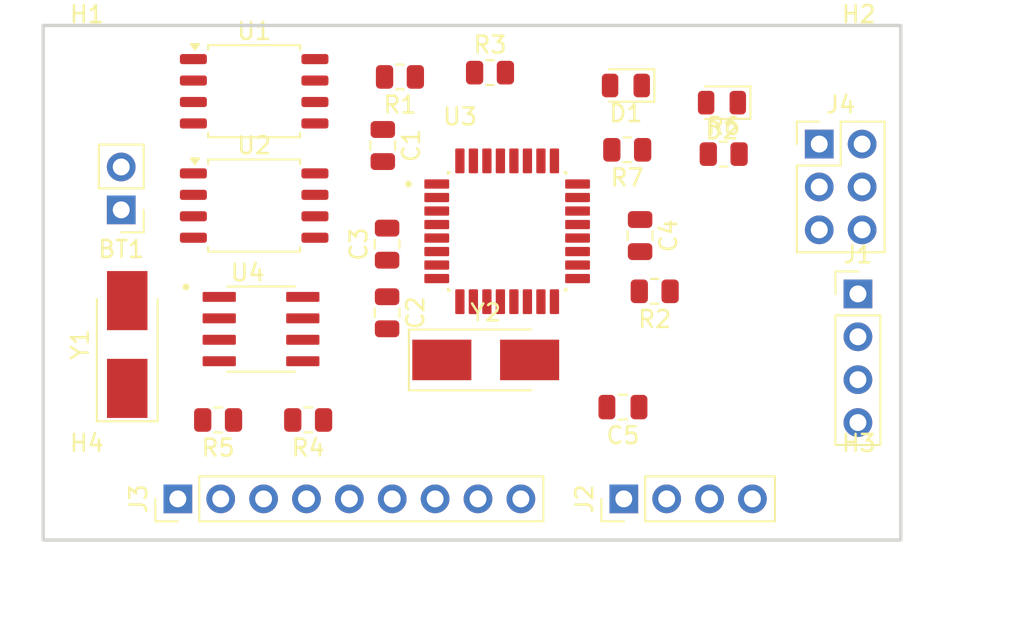
<source format=kicad_pcb>
(kicad_pcb (version 20240108) (generator "pcbnew") (generator_version "8.0")
  (title_block (title "${project name}") (rev "1") (comment 1 "Two layer pcb version"))
  (layers (0 "F.Cu" mixed) (31 "B.Cu" mixed) (34 "B.Paste" user) (35 "F.Paste" user) (36 "B.SilkS" user "B.Silkscreen") (37 "F.SilkS" user "F.Silkscreen") (38 "B.Mask" user) (39 "F.Mask" user) (44 "Edge.Cuts" user))
  (property "project name" "MCU Datalogger with memory and clock")
  (net 0 "")
  (net 1 "Net-(BT1-+)")
  (net 2 "GND")
  (net 3 "/VCC")
  (net 4 "Net-(U3-PB6)")
  (net 5 "Net-(U3-PB7)")
  (net 6 "Net-(U3-AREF)")
  (net 7 "Net-(D1-K)")
  (net 8 "/SCK")
  (net 9 "Net-(D2-K)")
  (net 10 "/SDA")
  (net 11 "/TX")
  (net 12 "/RX")
  (net 13 "/D3")
  (net 14 "/D2")
  (net 15 "/D8")
  (net 16 "/D6")
  (net 17 "/D4")
  (net 18 "/D5")
  (net 19 "/D7")
  (net 20 "/RST")
  (net 21 "/MOSI")
  (net 22 "/MISO")
  (net 23 "Net-(U4-SQW{slash}~INT)")
  (net 24 "Net-(U4-~{INTA})")
  (net 34 "Net-(U4-X1)")
  (net 35 "Net-(U4-X2)")
  (footprint "Package_SO:SOIC-8_5.23x5.23mm_P1.27mm" (layer "F.Cu") (at 108.966 67.398)
    (property "Reference" "U1" (at 0 -3.56 0) (layer "F.SilkS"))
    (property "Value" "24LC1025")
    (fp_line (start -2.725 -2.725) (end -2.725 -2.465) (stroke (width 0.12)) (layer "F.SilkS"))
    (fp_line (start -2.725 2.725) (end -2.725 2.465) (stroke (width 0.12)) (layer "F.SilkS"))
    (fp_line (start 0 -2.725) (end -2.725 -2.725) (stroke (width 0.12)) (layer "F.SilkS"))
    (fp_line (start 0 -2.725) (end 2.725 -2.725) (stroke (width 0.12)) (layer "F.SilkS"))
    (fp_line (start 0 2.725) (end -2.725 2.725) (stroke (width 0.12)) (layer "F.SilkS"))
    (fp_line (start 0 2.725) (end 2.725 2.725) (stroke (width 0.12)) (layer "F.SilkS"))
    (fp_line (start 2.725 -2.725) (end 2.725 -2.465) (stroke (width 0.12)) (layer "F.SilkS"))
    (fp_line (start 2.725 2.725) (end 2.725 2.465) (stroke (width 0.12)) (layer "F.SilkS"))
    (fp_poly (pts (xy -3.5075 -2.465) (xy -3.7475 -2.795) (xy -3.2675 -2.795) (xy -3.5075 -2.465)) (stroke (width 0.12)) (fill solid) (layer "F.SilkS"))
    (pad "1" smd roundrect (at -3.6 -1.905) (size 1.6 0.6) (layers "F.Cu" "F.Paste" "F.Mask") (net 3 "/VCC"))
    (pad "2" smd roundrect (at -3.6 -0.635) (size 1.6 0.6) (layers "F.Cu" "F.Paste" "F.Mask") (net 3 "/VCC"))
    (pad "3" smd roundrect (at -3.6 0.635) (size 1.6 0.6) (layers "F.Cu" "F.Paste" "F.Mask") (net 3 "/VCC"))
    (pad "4" smd roundrect (at -3.6 1.905) (size 1.6 0.6) (layers "F.Cu" "F.Paste" "F.Mask") (net 2 "GND"))
    (pad "5" smd roundrect (at 3.6 1.905) (size 1.6 0.6) (layers "F.Cu" "F.Paste" "F.Mask") (net 10 "/SDA"))
    (pad "6" smd roundrect (at 3.6 0.635) (size 1.6 0.6) (layers "F.Cu" "F.Paste" "F.Mask") (net 8 "/SCK"))
    (pad "7" smd roundrect (at 3.6 -0.635) (size 1.6 0.6) (layers "F.Cu" "F.Paste" "F.Mask") (net 2 "GND"))
    (pad "8" smd roundrect (at 3.6 -1.905) (size 1.6 0.6) (layers "F.Cu" "F.Paste" "F.Mask") (net 3 "/VCC"))
  )
  (footprint "Package_SO:SOIC-8_5.23x5.23mm_P1.27mm" (layer "F.Cu") (at 108.966 74.168)
    (property "Reference" "U2" (at 0 -3.56 0) (layer "F.SilkS"))
    (property "Value" "24LC1025")
    (fp_line (start -2.725 -2.725) (end -2.725 -2.465) (stroke (width 0.12)) (layer "F.SilkS"))
    (fp_line (start -2.725 2.725) (end -2.725 2.465) (stroke (width 0.12)) (layer "F.SilkS"))
    (fp_line (start 0 -2.725) (end -2.725 -2.725) (stroke (width 0.12)) (layer "F.SilkS"))
    (fp_line (start 0 -2.725) (end 2.725 -2.725) (stroke (width 0.12)) (layer "F.SilkS"))
    (fp_line (start 0 2.725) (end -2.725 2.725) (stroke (width 0.12)) (layer "F.SilkS"))
    (fp_line (start 0 2.725) (end 2.725 2.725) (stroke (width 0.12)) (layer "F.SilkS"))
    (fp_line (start 2.725 -2.725) (end 2.725 -2.465) (stroke (width 0.12)) (layer "F.SilkS"))
    (fp_line (start 2.725 2.725) (end 2.725 2.465) (stroke (width 0.12)) (layer "F.SilkS"))
    (fp_poly (pts (xy -3.5075 -2.465) (xy -3.7475 -2.795) (xy -3.2675 -2.795) (xy -3.5075 -2.465)) (stroke (width 0.12)) (fill solid) (layer "F.SilkS"))
    (pad "1" smd roundrect (at -3.6 -1.905) (size 1.6 0.6) (layers "F.Cu" "F.Paste" "F.Mask") (net 3 "/VCC"))
    (pad "2" smd roundrect (at -3.6 -0.635) (size 1.6 0.6) (layers "F.Cu" "F.Paste" "F.Mask") (net 2 "GND"))
    (pad "3" smd roundrect (at -3.6 0.635) (size 1.6 0.6) (layers "F.Cu" "F.Paste" "F.Mask") (net 3 "/VCC"))
    (pad "4" smd roundrect (at -3.6 1.905) (size 1.6 0.6) (layers "F.Cu" "F.Paste" "F.Mask") (net 2 "GND"))
    (pad "5" smd roundrect (at 3.6 1.905) (size 1.6 0.6) (layers "F.Cu" "F.Paste" "F.Mask") (net 10 "/SDA"))
    (pad "6" smd roundrect (at 3.6 0.635) (size 1.6 0.6) (layers "F.Cu" "F.Paste" "F.Mask") (net 8 "/SCK"))
    (pad "7" smd roundrect (at 3.6 -0.635) (size 1.6 0.6) (layers "F.Cu" "F.Paste" "F.Mask") (net 2 "GND"))
    (pad "8" smd roundrect (at 3.6 -1.905) (size 1.6 0.6) (layers "F.Cu" "F.Paste" "F.Mask") (net 3 "/VCC"))
  )
  (footprint "Resistor_SMD:R_0805_2012Metric" (layer "F.Cu") (at 117.602 66.548 180)
    (property "Reference" "R1" (at 0 -1.65 360) (layer "F.SilkS"))
    (property "Value" "10K")
    (fp_line (start -0.227064 0.735) (end 0.227064 0.735) (stroke (width 0.12)) (layer "F.SilkS"))
    (fp_line (start -0.227064 -0.735) (end 0.227064 -0.735) (stroke (width 0.12)) (layer "F.SilkS"))
    (pad "1" smd roundrect (at -0.9125 0 180) (size 1.025 1.4) (layers "F.Cu" "F.Paste" "F.Mask") (roundrect_rratio 0.243902) (net 3 "/VCC"))
    (pad "2" smd roundrect (at 0.9125 0 180) (size 1.025 1.4) (layers "F.Cu" "F.Paste" "F.Mask") (roundrect_rratio 0.243902) (net 20 "/RST"))
  )
  (footprint "MountingHole:MountingHole_2.1mm" (layer "F.Cu") (at 144.78 66.04)
    (property "Reference" "H2" (at 0 -3.2 0) (layer "F.SilkS"))
    (property "Value" "MountingHole")
    (pad "" np_thru_hole circle (at 0 0) (size 2.1 2.1) (drill 2.1) (layers "*.Cu" "*.Mask"))
  )
  (footprint "Connector_PinHeader_2.54mm:PinHeader_1x09_P2.54mm_Vertical" (layer "F.Cu") (at 104.4448 91.5416 90)
    (property "Reference" "J3" (at 0 -2.33 90) (layer "F.SilkS"))
    (property "Value" "Conn_01x09_Pin")
    (fp_line (start -1.33 -1.33) (end 0 -1.33) (stroke (width 0.12)) (layer "F.SilkS"))
    (fp_line (start -1.33 0) (end -1.33 -1.33) (stroke (width 0.12)) (layer "F.SilkS"))
    (fp_line (start 1.33 1.27) (end 1.33 21.65) (stroke (width 0.12)) (layer "F.SilkS"))
    (fp_line (start -1.33 1.27) (end 1.33 1.27) (stroke (width 0.12)) (layer "F.SilkS"))
    (fp_line (start -1.33 1.27) (end -1.33 21.65) (stroke (width 0.12)) (layer "F.SilkS"))
    (fp_line (start -1.33 21.65) (end 1.33 21.65) (stroke (width 0.12)) (layer "F.SilkS"))
    (pad "1" thru_hole rect (at 0 0 90) (size 1.7 1.7) (drill 1) (layers "*.Cu" "*.Mask") (net 14 "/D2"))
    (pad "2" thru_hole oval (at 0 2.54 90) (size 1.7 1.7) (drill 1) (layers "*.Cu" "*.Mask") (net 13 "/D3"))
    (pad "3" thru_hole oval (at 0 5.08 90) (size 1.7 1.7) (drill 1) (layers "*.Cu" "*.Mask") (net 17 "/D4"))
    (pad "4" thru_hole oval (at 0 7.62 90) (size 1.7 1.7) (drill 1) (layers "*.Cu" "*.Mask") (net 18 "/D5"))
    (pad "5" thru_hole oval (at 0 10.16 90) (size 1.7 1.7) (drill 1) (layers "*.Cu" "*.Mask") (net 16 "/D6"))
    (pad "6" thru_hole oval (at 0 12.7 90) (size 1.7 1.7) (drill 1) (layers "*.Cu" "*.Mask") (net 19 "/D7"))
    (pad "7" thru_hole oval (at 0 15.24 90) (size 1.7 1.7) (drill 1) (layers "*.Cu" "*.Mask") (net 15 "/D8"))
    (pad "8" thru_hole oval (at 0 17.78 90) (size 1.7 1.7) (drill 1) (layers "*.Cu" "*.Mask") (net 2 "GND"))
    (pad "9" thru_hole oval (at 0 20.32 90) (size 1.7 1.7) (drill 1) (layers "*.Cu" "*.Mask") (net 3 "/VCC"))
  )
  (footprint "Connector_PinHeader_2.54mm:PinHeader_2x03_P2.54mm_Vertical" (layer "F.Cu") (at 142.4382 70.5254)
    (property "Reference" "J4" (at 1.27 -2.33 0) (layer "F.SilkS"))
    (property "Value" "Conn_02x03_Odd_Even")
    (fp_line (start -1.33 -1.33) (end 0 -1.33) (stroke (width 0.12)) (layer "F.SilkS"))
    (fp_line (start -1.33 0) (end -1.33 -1.33) (stroke (width 0.12)) (layer "F.SilkS"))
    (fp_line (start -1.33 1.27) (end -1.33 6.41) (stroke (width 0.12)) (layer "F.SilkS"))
    (fp_line (start -1.33 1.27) (end 1.27 1.27) (stroke (width 0.12)) (layer "F.SilkS"))
    (fp_line (start -1.33 6.41) (end 3.87 6.41) (stroke (width 0.12)) (layer "F.SilkS"))
    (fp_line (start 1.27 -1.33) (end 3.87 -1.33) (stroke (width 0.12)) (layer "F.SilkS"))
    (fp_line (start 1.27 1.27) (end 1.27 -1.33) (stroke (width 0.12)) (layer "F.SilkS"))
    (fp_line (start 3.87 -1.33) (end 3.87 6.41) (stroke (width 0.12)) (layer "F.SilkS"))
    (pad "1" thru_hole rect (at 0 0) (size 1.7 1.7) (drill 1) (layers "*.Cu" "*.Mask") (net 21 "/MOSI"))
    (pad "2" thru_hole oval (at 2.54 0) (size 1.7 1.7) (drill 1) (layers "*.Cu" "*.Mask") (net 3 "/VCC"))
    (pad "3" thru_hole oval (at 0 2.54) (size 1.7 1.7) (drill 1) (layers "*.Cu" "*.Mask") (net 8 "/SCK"))
    (pad "4" thru_hole oval (at 2.54 2.54) (size 1.7 1.7) (drill 1) (layers "*.Cu" "*.Mask") (net 22 "/MISO"))
    (pad "5" thru_hole oval (at 0 5.08) (size 1.7 1.7) (drill 1) (layers "*.Cu" "*.Mask") (net 20 "/RST"))
    (pad "6" thru_hole oval (at 2.54 5.08) (size 1.7 1.7) (drill 1) (layers "*.Cu" "*.Mask") (net 2 "GND"))
  )
  (footprint "Connector_PinHeader_2.54mm:PinHeader_1x04_P2.54mm_Vertical" (layer "F.Cu") (at 144.7292 79.4004)
    (property "Reference" "J1" (at 0 -2.33 0) (layer "F.SilkS"))
    (property "Value" "Conn_01x04_Pin")
    (fp_line (start -1.33 -1.33) (end 0 -1.33) (stroke (width 0.12)) (layer "F.SilkS"))
    (fp_line (start -1.33 0) (end -1.33 -1.33) (stroke (width 0.12)) (layer "F.SilkS"))
    (fp_line (start -1.33 1.27) (end -1.33 8.95) (stroke (width 0.12)) (layer "F.SilkS"))
    (fp_line (start -1.33 1.27) (end 1.33 1.27) (stroke (width 0.12)) (layer "F.SilkS"))
    (fp_line (start -1.33 8.95) (end 1.33 8.95) (stroke (width 0.12)) (layer "F.SilkS"))
    (fp_line (start 1.33 1.27) (end 1.33 8.95) (stroke (width 0.12)) (layer "F.SilkS"))
    (pad "1" thru_hole rect (at 0 0) (size 1.7 1.7) (drill 1) (layers "*.Cu" "*.Mask") (net 2 "GND"))
    (pad "2" thru_hole oval (at 0 2.54) (size 1.7 1.7) (drill 1) (layers "*.Cu" "*.Mask") (net 3 "/VCC"))
    (pad "3" thru_hole oval (at 0 5.08) (size 1.7 1.7) (drill 1) (layers "*.Cu" "*.Mask") (net 10 "/SDA"))
    (pad "4" thru_hole oval (at 0 7.62) (size 1.7 1.7) (drill 1) (layers "*.Cu" "*.Mask") (net 8 "/SCK"))
  )
  (footprint "MountingHole:MountingHole_2.1mm" (layer "F.Cu") (at 99.06 91.44)
    (property "Reference" "H4" (at 0 -3.2 0) (layer "F.SilkS"))
    (property "Value" "MountingHole")
    (pad "" np_thru_hole circle (at 0 0) (size 2.1 2.1) (drill 2.1) (layers "*.Cu" "*.Mask"))
  )
  (footprint "Crystal:Crystal_SMD_5032-2Pin_5.0x3.2mm_HandSoldering" (layer "F.Cu") (at 101.4476 82.3976 90)
    (property "Reference" "Y1" (at 0 -2.8 90) (layer "F.SilkS"))
    (property "Value" "32.768 KHz")
    (fp_line (start 2.7 -1.8) (end -4.55 -1.8) (stroke (width 0.12)) (layer "F.SilkS"))
    (fp_line (start -4.55 -1.8) (end -4.55 1.8) (stroke (width 0.12)) (layer "F.SilkS"))
    (fp_line (start -4.55 1.8) (end 2.7 1.8) (stroke (width 0.12)) (layer "F.SilkS"))
    (pad "1" smd rect (at -2.6 0 90) (size 3.5 2.4) (layers "F.Cu" "F.Paste" "F.Mask") (net 35 "Net-(U4-X2)"))
    (pad "2" smd rect (at 2.6 0 90) (size 3.5 2.4) (layers "F.Cu" "F.Paste" "F.Mask") (net 34 "Net-(U4-X1)"))
  )
  (footprint "Resistor_SMD:R_0805_2012Metric" (layer "F.Cu") (at 112.1645 86.868 180)
    (property "Reference" "R4" (at 0 -1.65 360) (layer "F.SilkS"))
    (property "Value" "10K")
    (fp_line (start -0.227064 0.735) (end 0.227064 0.735) (stroke (width 0.12)) (layer "F.SilkS"))
    (fp_line (start -0.227064 -0.735) (end 0.227064 -0.735) (stroke (width 0.12)) (layer "F.SilkS"))
    (pad "1" smd roundrect (at -0.9125 0 180) (size 1.025 1.4) (layers "F.Cu" "F.Paste" "F.Mask") (roundrect_rratio 0.243902) (net 3 "/VCC"))
    (pad "2" smd roundrect (at 0.9125 0 180) (size 1.025 1.4) (layers "F.Cu" "F.Paste" "F.Mask") (roundrect_rratio 0.243902) (net 23 "Net-(U4-SQW{slash}~INT)"))
  )
  (footprint "Resistor_SMD:R_0805_2012Metric" (layer "F.Cu") (at 131.064 70.866 180)
    (property "Reference" "R7" (at 0 -1.65 360) (layer "F.SilkS"))
    (property "Value" "330")
    (fp_line (start -0.227064 0.735) (end 0.227064 0.735) (stroke (width 0.12)) (layer "F.SilkS"))
    (fp_line (start -0.227064 -0.735) (end 0.227064 -0.735) (stroke (width 0.12)) (layer "F.SilkS"))
    (pad "1" smd roundrect (at -0.9125 0 180) (size 1.025 1.4) (layers "F.Cu" "F.Paste" "F.Mask") (roundrect_rratio 0.243902) (net 7 "Net-(D1-K)"))
    (pad "2" smd roundrect (at 0.9125 0 180) (size 1.025 1.4) (layers "F.Cu" "F.Paste" "F.Mask") (roundrect_rratio 0.243902) (net 2 "GND"))
  )
  (footprint "Resistor_SMD:R_0805_2012Metric" (layer "F.Cu") (at 136.7786 71.12)
    (property "Reference" "R6" (at 0 -1.65 360) (layer "F.SilkS"))
    (property "Value" "330")
    (fp_line (start -0.227064 -0.735) (end 0.227064 -0.735) (stroke (width 0.12)) (layer "F.SilkS"))
    (fp_line (start -0.227064 0.735) (end 0.227064 0.735) (stroke (width 0.12)) (layer "F.SilkS"))
    (pad "1" smd roundrect (at -0.9125 0) (size 1.025 1.4) (layers "F.Cu" "F.Paste" "F.Mask") (roundrect_rratio 0.243902) (net 2 "GND"))
    (pad "2" smd roundrect (at 0.9125 0) (size 1.025 1.4) (layers "F.Cu" "F.Paste" "F.Mask") (roundrect_rratio 0.243902) (net 9 "Net-(D2-K)"))
  )
  (footprint "Capacitor_SMD:C_0805_2012Metric" (layer "F.Cu") (at 116.84 76.454 90)
    (property "Reference" "C3" (at 0 -1.68 90) (layer "F.SilkS"))
    (property "Value" "22pF")
    (fp_line (start -0.261252 -0.735) (end 0.261252 -0.735) (stroke (width 0.12)) (layer "F.SilkS"))
    (fp_line (start -0.261252 0.735) (end 0.261252 0.735) (stroke (width 0.12)) (layer "F.SilkS"))
    (pad "1" smd roundrect (at -0.95 0 90) (size 1 1.45) (layers "F.Cu" "F.Paste" "F.Mask") (net 2 "GND"))
    (pad "2" smd roundrect (at 0.95 0 90) (size 1 1.45) (layers "F.Cu" "F.Paste" "F.Mask") (net 5 "Net-(U3-PB7)"))
  )
  (footprint "Crystal:Crystal_SMD_5032-2Pin_5.0x3.2mm_HandSoldering" (layer "F.Cu") (at 122.682 83.312)
    (property "Reference" "Y2" (at 0 -2.8 0) (layer "F.SilkS"))
    (property "Value" "16MHz")
    (fp_line (start -4.55 -1.8) (end -4.55 1.8) (stroke (width 0.12)) (layer "F.SilkS"))
    (fp_line (start -4.55 1.8) (end 2.7 1.8) (stroke (width 0.12)) (layer "F.SilkS"))
    (fp_line (start 2.7 -1.8) (end -4.55 -1.8) (stroke (width 0.12)) (layer "F.SilkS"))
    (pad "1" smd rect (at -2.6 0) (size 3.5 2.4) (layers "F.Cu" "F.Paste" "F.Mask") (net 5 "Net-(U3-PB7)"))
    (pad "2" smd rect (at 2.6 0) (size 3.5 2.4) (layers "F.Cu" "F.Paste" "F.Mask") (net 4 "Net-(U3-PB6)"))
  )
  (footprint "Capacitor_SMD:C_0805_2012Metric" (layer "F.Cu") (at 116.84 80.518 -90)
    (property "Reference" "C2" (at 0 -1.68 90) (layer "F.SilkS"))
    (property "Value" "22pF")
    (fp_line (start -0.261252 0.735) (end 0.261252 0.735) (stroke (width 0.12)) (layer "F.SilkS"))
    (fp_line (start -0.261252 -0.735) (end 0.261252 -0.735) (stroke (width 0.12)) (layer "F.SilkS"))
    (pad "1" smd roundrect (at -0.95 0 270) (size 1 1.45) (layers "F.Cu" "F.Paste" "F.Mask") (net 2 "GND"))
    (pad "2" smd roundrect (at 0.95 0 270) (size 1 1.45) (layers "F.Cu" "F.Paste" "F.Mask") (net 4 "Net-(U3-PB6)"))
  )
  (footprint "Resistor_SMD:R_0805_2012Metric" (layer "F.Cu") (at 106.8305 86.868 180)
    (property "Reference" "R5" (at 0 -1.65 360) (layer "F.SilkS"))
    (property "Value" "10K")
    (fp_line (start -0.227064 0.735) (end 0.227064 0.735) (stroke (width 0.12)) (layer "F.SilkS"))
    (fp_line (start -0.227064 -0.735) (end 0.227064 -0.735) (stroke (width 0.12)) (layer "F.SilkS"))
    (pad "1" smd roundrect (at -0.9125 0 180) (size 1.025 1.4) (layers "F.Cu" "F.Paste" "F.Mask") (roundrect_rratio 0.243902) (net 3 "/VCC"))
    (pad "2" smd roundrect (at 0.9125 0 180) (size 1.025 1.4) (layers "F.Cu" "F.Paste" "F.Mask") (roundrect_rratio 0.243902) (net 24 "Net-(U4-~{INTA})"))
  )
  (footprint "LED_SMD:LED_0805_2012Metric" (layer "F.Cu") (at 136.6751 68.072 180)
    (property "Reference" "D2" (at 0 -1.65 360) (layer "F.SilkS"))
    (property "Value" "LED")
    (fp_line (start 1 -0.96) (end -1.685 -0.96) (stroke (width 0.12)) (layer "F.SilkS"))
    (fp_line (start -1.685 0.96) (end 1 0.96) (stroke (width 0.12)) (layer "F.SilkS"))
    (fp_line (start -1.685 -0.96) (end -1.685 0.96) (stroke (width 0.12)) (layer "F.SilkS"))
    (pad "1" smd roundrect (at -0.9375 0 180) (size 0.975 1.4) (layers "F.Cu" "F.Paste" "F.Mask") (net 9 "Net-(D2-K)"))
    (pad "2" smd roundrect (at 0.9375 0 180) (size 0.975 1.4) (layers "F.Cu" "F.Paste" "F.Mask") (net 8 "/SCK"))
  )
  (footprint "MountingHole:MountingHole_2.1mm" (layer "F.Cu") (at 99.06 66.04)
    (property "Reference" "H1" (at 0 -3.2 0) (layer "F.SilkS"))
    (property "Value" "MountingHole")
    (pad "" np_thru_hole circle (at 0 0) (size 2.1 2.1) (drill 2.1) (layers "*.Cu" "*.Mask"))
  )
  (footprint "Connector_PinHeader_2.54mm:PinHeader_1x02_P2.54mm_Vertical" (layer "F.Cu") (at 101.092 74.422 180)
    (property "Reference" "BT1" (at 0 -2.33 360) (layer "F.SilkS"))
    (property "Value" "Battery")
    (fp_line (start 1.33 1.27) (end 1.33 3.87) (stroke (width 0.12)) (layer "F.SilkS"))
    (fp_line (start -1.33 3.87) (end 1.33 3.87) (stroke (width 0.12)) (layer "F.SilkS"))
    (fp_line (start -1.33 1.27) (end 1.33 1.27) (stroke (width 0.12)) (layer "F.SilkS"))
    (fp_line (start -1.33 1.27) (end -1.33 3.87) (stroke (width 0.12)) (layer "F.SilkS"))
    (fp_line (start -1.33 0) (end -1.33 -1.33) (stroke (width 0.12)) (layer "F.SilkS"))
    (fp_line (start -1.33 -1.33) (end 0 -1.33) (stroke (width 0.12)) (layer "F.SilkS"))
    (pad "1" thru_hole rect (at 0 0 180) (size 1.7 1.7) (drill 1) (layers "*.Cu" "*.Mask") (net 1 "Net-(BT1-+)"))
    (pad "2" thru_hole oval (at 0 2.54 180) (size 1.7 1.7) (drill 1) (layers "*.Cu" "*.Mask") (net 2 "GND"))
  )
  (footprint "ATMEGA328P-AU:QFP80P900X900X120-32N" (layer "F.Cu") (at 123.952 75.692)
    (property "Reference" "U3" (at -2.795 -6.79 0) (layer "F.SilkS"))
    (property "Value" "ATMEGA328P-AU")
    (fp_line (start -3.5 -3.5) (end -3.5 -3.395) (stroke (width 0.127)) (layer "F.SilkS"))
    (fp_line (start -3.5 -3.5) (end -3.395 -3.5) (stroke (width 0.127)) (layer "F.SilkS"))
    (fp_line (start -3.5 3.5) (end -3.5 3.395) (stroke (width 0.127)) (layer "F.SilkS"))
    (fp_line (start -3.5 3.5) (end -3.395 3.5) (stroke (width 0.127)) (layer "F.SilkS"))
    (fp_line (start 3.5 -3.5) (end 3.395 -3.5) (stroke (width 0.127)) (layer "F.SilkS"))
    (fp_line (start 3.5 -3.5) (end 3.5 -3.395) (stroke (width 0.127)) (layer "F.SilkS"))
    (fp_line (start 3.5 3.5) (end 3.395 3.5) (stroke (width 0.127)) (layer "F.SilkS"))
    (fp_line (start 3.5 3.5) (end 3.5 3.395) (stroke (width 0.127)) (layer "F.SilkS"))
    (fp_circle (center -5.84 -2.8) (end -5.74 -2.8) (stroke (width 0.2)) (fill none) (layer "F.SilkS"))
    (pad "1" smd roundrect (at -4.17 -2.8) (size 1.47 0.55) (layers "F.Cu" "F.Paste" "F.Mask") (roundrect_rratio 0.125) (net 13 "/D3"))
    (pad "2" smd roundrect (at -4.17 -2) (size 1.47 0.55) (layers "F.Cu" "F.Paste" "F.Mask") (roundrect_rratio 0.125) (net 17 "/D4"))
    (pad "3" smd roundrect (at -4.17 -1.2) (size 1.47 0.55) (layers "F.Cu" "F.Paste" "F.Mask") (roundrect_rratio 0.125) (net 2 "GND"))
    (pad "4" smd roundrect (at -4.17 -0.4) (size 1.47 0.55) (layers "F.Cu" "F.Paste" "F.Mask") (roundrect_rratio 0.125) (net 1 "Net-(BT1-+)"))
    (pad "5" smd roundrect (at -4.17 0.4) (size 1.47 0.55) (layers "F.Cu" "F.Paste" "F.Mask") (roundrect_rratio 0.125) (net 2 "GND"))
    (pad "6" smd roundrect (at -4.17 1.2) (size 1.47 0.55) (layers "F.Cu" "F.Paste" "F.Mask") (roundrect_rratio 0.125))
    (pad "7" smd roundrect (at -4.17 2) (size 1.47 0.55) (layers "F.Cu" "F.Paste" "F.Mask") (roundrect_rratio 0.125) (net 4 "Net-(U3-PB6)"))
    (pad "8" smd roundrect (at -4.17 2.8) (size 1.47 0.55) (layers "F.Cu" "F.Paste" "F.Mask") (roundrect_rratio 0.125) (net 5 "Net-(U3-PB7)"))
    (pad "9" smd roundrect (at -2.8 4.17) (size 0.55 1.47) (layers "F.Cu" "F.Paste" "F.Mask") (roundrect_rratio 0.125) (net 18 "/D5"))
    (pad "10" smd roundrect (at -2 4.17) (size 0.55 1.47) (layers "F.Cu" "F.Paste" "F.Mask") (roundrect_rratio 0.125) (net 16 "/D6"))
    (pad "11" smd roundrect (at -1.2 4.17) (size 0.55 1.47) (layers "F.Cu" "F.Paste" "F.Mask") (roundrect_rratio 0.125) (net 19 "/D7"))
    (pad "12" smd roundrect (at -0.4 4.17) (size 0.55 1.47) (layers "F.Cu" "F.Paste" "F.Mask") (roundrect_rratio 0.125) (net 15 "/D8"))
    (pad "13" smd roundrect (at 0.4 4.17) (size 0.55 1.47) (layers "F.Cu" "F.Paste" "F.Mask") (roundrect_rratio 0.125))
    (pad "14" smd roundrect (at 1.2 4.17) (size 0.55 1.47) (layers "F.Cu" "F.Paste" "F.Mask") (roundrect_rratio 0.125))
    (pad "15" smd roundrect (at 2 4.17) (size 0.55 1.47) (layers "F.Cu" "F.Paste" "F.Mask") (roundrect_rratio 0.125) (net 21 "/MOSI"))
    (pad "16" smd roundrect (at 2.8 4.17) (size 0.55 1.47) (layers "F.Cu" "F.Paste" "F.Mask") (roundrect_rratio 0.125) (net 22 "/MISO"))
    (pad "17" smd roundrect (at 4.17 2.8) (size 1.47 0.55) (layers "F.Cu" "F.Paste" "F.Mask") (roundrect_rratio 0.125) (net 8 "/SCK"))
    (pad "18" smd roundrect (at 4.17 2) (size 1.47 0.55) (layers "F.Cu" "F.Paste" "F.Mask") (roundrect_rratio 0.125) (net 1 "Net-(BT1-+)"))
    (pad "19" smd roundrect (at 4.17 1.2) (size 1.47 0.55) (layers "F.Cu" "F.Paste" "F.Mask") (roundrect_rratio 0.125))
    (pad "20" smd roundrect (at 4.17 0.4) (size 1.47 0.55) (layers "F.Cu" "F.Paste" "F.Mask") (roundrect_rratio 0.125) (net 6 "Net-(U3-AREF)"))
    (pad "21" smd roundrect (at 4.17 -0.4) (size 1.47 0.55) (layers "F.Cu" "F.Paste" "F.Mask") (roundrect_rratio 0.125) (net 2 "GND"))
    (pad "22" smd roundrect (at 4.17 -1.2) (size 1.47 0.55) (layers "F.Cu" "F.Paste" "F.Mask") (roundrect_rratio 0.125))
    (pad "23" smd roundrect (at 4.17 -2) (size 1.47 0.55) (layers "F.Cu" "F.Paste" "F.Mask") (roundrect_rratio 0.125))
    (pad "24" smd roundrect (at 4.17 -2.8) (size 1.47 0.55) (layers "F.Cu" "F.Paste" "F.Mask") (roundrect_rratio 0.125))
    (pad "25" smd roundrect (at 2.8 -4.17) (size 0.55 1.47) (layers "F.Cu" "F.Paste" "F.Mask") (roundrect_rratio 0.125))
    (pad "26" smd roundrect (at 2 -4.17) (size 0.55 1.47) (layers "F.Cu" "F.Paste" "F.Mask") (roundrect_rratio 0.125))
    (pad "27" smd roundrect (at 1.2 -4.17) (size 0.55 1.47) (layers "F.Cu" "F.Paste" "F.Mask") (roundrect_rratio 0.125) (net 10 "/SDA"))
    (pad "28" smd roundrect (at 0.4 -4.17) (size 0.55 1.47) (layers "F.Cu" "F.Paste" "F.Mask") (roundrect_rratio 0.125) (net 8 "/SCK"))
    (pad "29" smd roundrect (at -0.4 -4.17) (size 0.55 1.47) (layers "F.Cu" "F.Paste" "F.Mask") (roundrect_rratio 0.125) (net 20 "/RST"))
    (pad "30" smd roundrect (at -1.2 -4.17) (size 0.55 1.47) (layers "F.Cu" "F.Paste" "F.Mask") (roundrect_rratio 0.125) (net 12 "/RX"))
    (pad "31" smd roundrect (at -2 -4.17) (size 0.55 1.47) (layers "F.Cu" "F.Paste" "F.Mask") (roundrect_rratio 0.125) (net 11 "/TX"))
    (pad "32" smd roundrect (at -2.8 -4.17) (size 0.55 1.47) (layers "F.Cu" "F.Paste" "F.Mask") (roundrect_rratio 0.125) (net 14 "/D2"))
  )
  (footprint "Capacitor_SMD:C_0805_2012Metric" (layer "F.Cu") (at 130.81 86.106 180)
    (property "Reference" "C5" (at 0 -1.68 360) (layer "F.SilkS"))
    (property "Value" "100nF")
    (fp_line (start -0.261252 0.735) (end 0.261252 0.735) (stroke (width 0.12)) (layer "F.SilkS"))
    (fp_line (start -0.261252 -0.735) (end 0.261252 -0.735) (stroke (width 0.12)) (layer "F.SilkS"))
    (pad "1" smd roundrect (at -0.95 0 180) (size 1 1.45) (layers "F.Cu" "F.Paste" "F.Mask") (net 1 "Net-(BT1-+)"))
    (pad "2" smd roundrect (at 0.95 0 180) (size 1 1.45) (layers "F.Cu" "F.Paste" "F.Mask") (net 2 "GND"))
  )
  (footprint "Connector_PinHeader_2.54mm:PinHeader_1x04_P2.54mm_Vertical" (layer "F.Cu") (at 130.8608 91.5416 90)
    (property "Reference" "J2" (at 0 -2.33 90) (layer "F.SilkS"))
    (property "Value" "Conn_01x04_Pin")
    (fp_line (start -1.33 -1.33) (end 0 -1.33) (stroke (width 0.12)) (layer "F.SilkS"))
    (fp_line (start -1.33 0) (end -1.33 -1.33) (stroke (width 0.12)) (layer "F.SilkS"))
    (fp_line (start 1.33 1.27) (end 1.33 8.95) (stroke (width 0.12)) (layer "F.SilkS"))
    (fp_line (start -1.33 1.27) (end 1.33 1.27) (stroke (width 0.12)) (layer "F.SilkS"))
    (fp_line (start -1.33 1.27) (end -1.33 8.95) (stroke (width 0.12)) (layer "F.SilkS"))
    (fp_line (start -1.33 8.95) (end 1.33 8.95) (stroke (width 0.12)) (layer "F.SilkS"))
    (pad "1" thru_hole rect (at 0 0 90) (size 1.7 1.7) (drill 1) (layers "*.Cu" "*.Mask") (net 2 "GND"))
    (pad "2" thru_hole oval (at 0 2.54 90) (size 1.7 1.7) (drill 1) (layers "*.Cu" "*.Mask") (net 3 "/VCC"))
    (pad "3" thru_hole oval (at 0 5.08 90) (size 1.7 1.7) (drill 1) (layers "*.Cu" "*.Mask") (net 12 "/RX"))
    (pad "4" thru_hole oval (at 0 7.62 90) (size 1.7 1.7) (drill 1) (layers "*.Cu" "*.Mask") (net 11 "/TX"))
  )
  (footprint "Capacitor_SMD:C_0805_2012Metric" (layer "F.Cu") (at 131.826 75.946 -90)
    (property "Reference" "C4" (at 0 -1.68 90) (layer "F.SilkS"))
    (property "Value" "0.1uF")
    (fp_line (start -0.261252 0.735) (end 0.261252 0.735) (stroke (width 0.12)) (layer "F.SilkS"))
    (fp_line (start -0.261252 -0.735) (end 0.261252 -0.735) (stroke (width 0.12)) (layer "F.SilkS"))
    (pad "1" smd roundrect (at -0.95 0 270) (size 1 1.45) (layers "F.Cu" "F.Paste" "F.Mask") (net 2 "GND"))
    (pad "2" smd roundrect (at 0.95 0 270) (size 1 1.45) (layers "F.Cu" "F.Paste" "F.Mask") (net 6 "Net-(U3-AREF)"))
  )
  (footprint "Resistor_SMD:R_0805_2012Metric" (layer "F.Cu") (at 132.6915 79.248 180)
    (property "Reference" "R2" (at 0 -1.65 360) (layer "F.SilkS"))
    (property "Value" "4.7K")
    (fp_line (start -0.227064 0.735) (end 0.227064 0.735) (stroke (width 0.12)) (layer "F.SilkS"))
    (fp_line (start -0.227064 -0.735) (end 0.227064 -0.735) (stroke (width 0.12)) (layer "F.SilkS"))
    (pad "1" smd roundrect (at -0.9125 0 180) (size 1.025 1.4) (layers "F.Cu" "F.Paste" "F.Mask") (roundrect_rratio 0.243902) (net 3 "/VCC"))
    (pad "2" smd roundrect (at 0.9125 0 180) (size 1.025 1.4) (layers "F.Cu" "F.Paste" "F.Mask") (roundrect_rratio 0.243902) (net 8 "/SCK"))
  )
  (footprint "DS1337S_:SOIC127P600X175-8N" (layer "F.Cu") (at 109.3724 81.4832)
    (property "Reference" "U4" (at -0.795 -3.332 0) (layer "F.SilkS"))
    (property "Value" "DS1337S_")
    (fp_line (start -2 -2.52) (end 2 -2.52) (stroke (width 0.127)) (layer "F.SilkS"))
    (fp_line (start -2 2.52) (end 2 2.52) (stroke (width 0.127)) (layer "F.SilkS"))
    (fp_circle (center -4.445 -2.495) (end -4.345 -2.495) (stroke (width 0.2)) (fill none) (layer "F.SilkS"))
    (pad "1" smd roundrect (at -2.475 -1.905) (size 1.97 0.59) (layers "F.Cu" "F.Paste" "F.Mask") (roundrect_rratio 0.125) (net 34 "Net-(U4-X1)"))
    (pad "2" smd roundrect (at -2.475 -0.635) (size 1.97 0.59) (layers "F.Cu" "F.Paste" "F.Mask") (roundrect_rratio 0.125) (net 35 "Net-(U4-X2)"))
    (pad "3" smd roundrect (at -2.475 0.635) (size 1.97 0.59) (layers "F.Cu" "F.Paste" "F.Mask") (roundrect_rratio 0.125) (net 24 "Net-(U4-~{INTA})"))
    (pad "4" smd roundrect (at -2.475 1.905) (size 1.97 0.59) (layers "F.Cu" "F.Paste" "F.Mask") (roundrect_rratio 0.125) (net 2 "GND"))
    (pad "5" smd roundrect (at 2.475 1.905) (size 1.97 0.59) (layers "F.Cu" "F.Paste" "F.Mask") (roundrect_rratio 0.125) (net 10 "/SDA"))
    (pad "6" smd roundrect (at 2.475 0.635) (size 1.97 0.59) (layers "F.Cu" "F.Paste" "F.Mask") (roundrect_rratio 0.125) (net 8 "/SCK"))
    (pad "7" smd roundrect (at 2.475 -0.635) (size 1.97 0.59) (layers "F.Cu" "F.Paste" "F.Mask") (roundrect_rratio 0.125) (net 23 "Net-(U4-SQW{slash}~INT)"))
    (pad "8" smd roundrect (at 2.475 -1.905) (size 1.97 0.59) (layers "F.Cu" "F.Paste" "F.Mask") (roundrect_rratio 0.125) (net 3 "/VCC"))
  )
  (footprint "MountingHole:MountingHole_2.1mm" (layer "F.Cu") (at 144.78 91.44)
    (property "Reference" "H3" (at 0 -3.2 0) (layer "F.SilkS"))
    (property "Value" "MountingHole")
    (pad "" np_thru_hole circle (at 0 0) (size 2.1 2.1) (drill 2.1) (layers "*.Cu" "*.Mask"))
  )
  (footprint "Resistor_SMD:R_0805_2012Metric" (layer "F.Cu") (at 122.936 66.294)
    (property "Reference" "R3" (at 0 -1.65 360) (layer "F.SilkS"))
    (property "Value" "4.7K")
    (fp_line (start -0.227064 -0.735) (end 0.227064 -0.735) (stroke (width 0.12)) (layer "F.SilkS"))
    (fp_line (start -0.227064 0.735) (end 0.227064 0.735) (stroke (width 0.12)) (layer "F.SilkS"))
    (pad "1" smd roundrect (at -0.9125 0) (size 1.025 1.4) (layers "F.Cu" "F.Paste" "F.Mask") (roundrect_rratio 0.243902) (net 3 "/VCC"))
    (pad "2" smd roundrect (at 0.9125 0) (size 1.025 1.4) (layers "F.Cu" "F.Paste" "F.Mask") (roundrect_rratio 0.243902) (net 10 "/SDA"))
  )
  (footprint "Capacitor_SMD:C_0805_2012Metric" (layer "F.Cu") (at 116.586 70.612 -90)
    (property "Reference" "C1" (at 0 -1.68 90) (layer "F.SilkS"))
    (property "Value" "0.1uF")
    (fp_line (start -0.261252 0.735) (end 0.261252 0.735) (stroke (width 0.12)) (layer "F.SilkS"))
    (fp_line (start -0.261252 -0.735) (end 0.261252 -0.735) (stroke (width 0.12)) (layer "F.SilkS"))
    (pad "1" smd roundrect (at -0.95 0 270) (size 1 1.45) (layers "F.Cu" "F.Paste" "F.Mask") (net 3 "/VCC"))
    (pad "2" smd roundrect (at 0.95 0 270) (size 1 1.45) (layers "F.Cu" "F.Paste" "F.Mask") (net 2 "GND"))
  )
  (footprint "LED_SMD:LED_0805_2012Metric" (layer "F.Cu") (at 130.9855 67.056 180)
    (property "Reference" "D1" (at 0 -1.65 360) (layer "F.SilkS"))
    (property "Value" "LED")
    (fp_line (start 1 -0.96) (end -1.685 -0.96) (stroke (width 0.12)) (layer "F.SilkS"))
    (fp_line (start -1.685 0.96) (end 1 0.96) (stroke (width 0.12)) (layer "F.SilkS"))
    (fp_line (start -1.685 -0.96) (end -1.685 0.96) (stroke (width 0.12)) (layer "F.SilkS"))
    (pad "1" smd roundrect (at -0.9375 0 180) (size 0.975 1.4) (layers "F.Cu" "F.Paste" "F.Mask") (net 7 "Net-(D1-K)"))
    (pad "2" smd roundrect (at 0.9375 0 180) (size 0.975 1.4) (layers "F.Cu" "F.Paste" "F.Mask") (net 1 "Net-(BT1-+)"))
  )
  (gr_rect (start 96.4692 63.5) (end 147.2692 93.98) (stroke (width 0.2)) (fill none) (layer "Edge.Cuts"))
)
</source>
